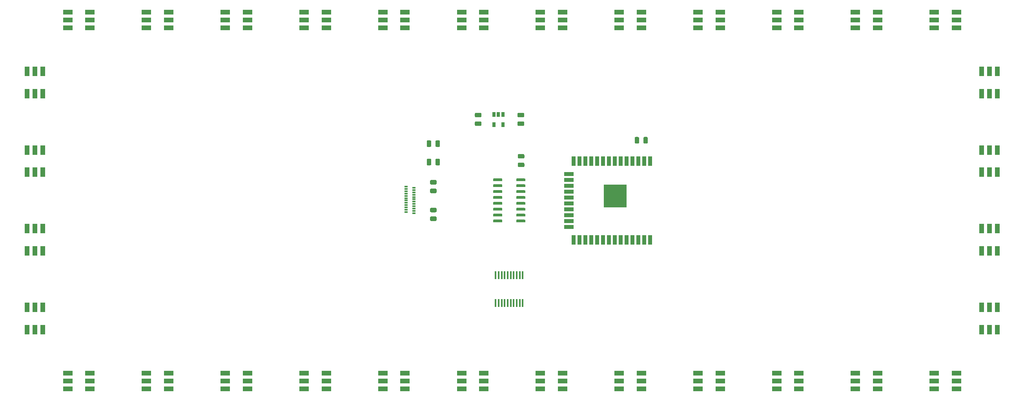
<source format=gbr>
G04 #@! TF.GenerationSoftware,KiCad,Pcbnew,(5.1.5-0-10_14)*
G04 #@! TF.CreationDate,2020-01-24T22:17:13-08:00*
G04 #@! TF.ProjectId,esp32-color-lamp-stand,65737033-322d-4636-9f6c-6f722d6c616d,rev?*
G04 #@! TF.SameCoordinates,Original*
G04 #@! TF.FileFunction,Paste,Top*
G04 #@! TF.FilePolarity,Positive*
%FSLAX46Y46*%
G04 Gerber Fmt 4.6, Leading zero omitted, Abs format (unit mm)*
G04 Created by KiCad (PCBNEW (5.1.5-0-10_14)) date 2020-01-24 22:17:13*
%MOMM*%
%LPD*%
G04 APERTURE LIST*
%ADD10C,0.100000*%
%ADD11R,0.700000X0.300000*%
%ADD12R,0.650000X1.060000*%
%ADD13R,5.000000X5.000000*%
%ADD14R,0.900000X2.000000*%
%ADD15R,2.000000X0.900000*%
%ADD16R,2.000000X1.100000*%
%ADD17R,1.100000X2.000000*%
%ADD18R,0.400000X1.800000*%
G04 APERTURE END LIST*
D10*
G36*
X110360542Y-26920274D02*
G01*
X110384203Y-26923784D01*
X110407407Y-26929596D01*
X110429929Y-26937654D01*
X110451553Y-26947882D01*
X110472070Y-26960179D01*
X110491283Y-26974429D01*
X110509007Y-26990493D01*
X110525071Y-27008217D01*
X110539321Y-27027430D01*
X110551618Y-27047947D01*
X110561846Y-27069571D01*
X110569904Y-27092093D01*
X110575716Y-27115297D01*
X110579226Y-27138958D01*
X110580400Y-27162850D01*
X110580400Y-27650350D01*
X110579226Y-27674242D01*
X110575716Y-27697903D01*
X110569904Y-27721107D01*
X110561846Y-27743629D01*
X110551618Y-27765253D01*
X110539321Y-27785770D01*
X110525071Y-27804983D01*
X110509007Y-27822707D01*
X110491283Y-27838771D01*
X110472070Y-27853021D01*
X110451553Y-27865318D01*
X110429929Y-27875546D01*
X110407407Y-27883604D01*
X110384203Y-27889416D01*
X110360542Y-27892926D01*
X110336650Y-27894100D01*
X109424150Y-27894100D01*
X109400258Y-27892926D01*
X109376597Y-27889416D01*
X109353393Y-27883604D01*
X109330871Y-27875546D01*
X109309247Y-27865318D01*
X109288730Y-27853021D01*
X109269517Y-27838771D01*
X109251793Y-27822707D01*
X109235729Y-27804983D01*
X109221479Y-27785770D01*
X109209182Y-27765253D01*
X109198954Y-27743629D01*
X109190896Y-27721107D01*
X109185084Y-27697903D01*
X109181574Y-27674242D01*
X109180400Y-27650350D01*
X109180400Y-27162850D01*
X109181574Y-27138958D01*
X109185084Y-27115297D01*
X109190896Y-27092093D01*
X109198954Y-27069571D01*
X109209182Y-27047947D01*
X109221479Y-27027430D01*
X109235729Y-27008217D01*
X109251793Y-26990493D01*
X109269517Y-26974429D01*
X109288730Y-26960179D01*
X109309247Y-26947882D01*
X109330871Y-26937654D01*
X109353393Y-26929596D01*
X109376597Y-26923784D01*
X109400258Y-26920274D01*
X109424150Y-26919100D01*
X110336650Y-26919100D01*
X110360542Y-26920274D01*
G37*
G36*
X110360542Y-25045274D02*
G01*
X110384203Y-25048784D01*
X110407407Y-25054596D01*
X110429929Y-25062654D01*
X110451553Y-25072882D01*
X110472070Y-25085179D01*
X110491283Y-25099429D01*
X110509007Y-25115493D01*
X110525071Y-25133217D01*
X110539321Y-25152430D01*
X110551618Y-25172947D01*
X110561846Y-25194571D01*
X110569904Y-25217093D01*
X110575716Y-25240297D01*
X110579226Y-25263958D01*
X110580400Y-25287850D01*
X110580400Y-25775350D01*
X110579226Y-25799242D01*
X110575716Y-25822903D01*
X110569904Y-25846107D01*
X110561846Y-25868629D01*
X110551618Y-25890253D01*
X110539321Y-25910770D01*
X110525071Y-25929983D01*
X110509007Y-25947707D01*
X110491283Y-25963771D01*
X110472070Y-25978021D01*
X110451553Y-25990318D01*
X110429929Y-26000546D01*
X110407407Y-26008604D01*
X110384203Y-26014416D01*
X110360542Y-26017926D01*
X110336650Y-26019100D01*
X109424150Y-26019100D01*
X109400258Y-26017926D01*
X109376597Y-26014416D01*
X109353393Y-26008604D01*
X109330871Y-26000546D01*
X109309247Y-25990318D01*
X109288730Y-25978021D01*
X109269517Y-25963771D01*
X109251793Y-25947707D01*
X109235729Y-25929983D01*
X109221479Y-25910770D01*
X109209182Y-25890253D01*
X109198954Y-25868629D01*
X109190896Y-25846107D01*
X109185084Y-25822903D01*
X109181574Y-25799242D01*
X109180400Y-25775350D01*
X109180400Y-25287850D01*
X109181574Y-25263958D01*
X109185084Y-25240297D01*
X109190896Y-25217093D01*
X109198954Y-25194571D01*
X109209182Y-25172947D01*
X109221479Y-25152430D01*
X109235729Y-25133217D01*
X109251793Y-25115493D01*
X109269517Y-25099429D01*
X109288730Y-25085179D01*
X109309247Y-25072882D01*
X109330871Y-25062654D01*
X109353393Y-25054596D01*
X109376597Y-25048784D01*
X109400258Y-25045274D01*
X109424150Y-25044100D01*
X110336650Y-25044100D01*
X110360542Y-25045274D01*
G37*
G36*
X101140342Y-25045274D02*
G01*
X101164003Y-25048784D01*
X101187207Y-25054596D01*
X101209729Y-25062654D01*
X101231353Y-25072882D01*
X101251870Y-25085179D01*
X101271083Y-25099429D01*
X101288807Y-25115493D01*
X101304871Y-25133217D01*
X101319121Y-25152430D01*
X101331418Y-25172947D01*
X101341646Y-25194571D01*
X101349704Y-25217093D01*
X101355516Y-25240297D01*
X101359026Y-25263958D01*
X101360200Y-25287850D01*
X101360200Y-25775350D01*
X101359026Y-25799242D01*
X101355516Y-25822903D01*
X101349704Y-25846107D01*
X101341646Y-25868629D01*
X101331418Y-25890253D01*
X101319121Y-25910770D01*
X101304871Y-25929983D01*
X101288807Y-25947707D01*
X101271083Y-25963771D01*
X101251870Y-25978021D01*
X101231353Y-25990318D01*
X101209729Y-26000546D01*
X101187207Y-26008604D01*
X101164003Y-26014416D01*
X101140342Y-26017926D01*
X101116450Y-26019100D01*
X100203950Y-26019100D01*
X100180058Y-26017926D01*
X100156397Y-26014416D01*
X100133193Y-26008604D01*
X100110671Y-26000546D01*
X100089047Y-25990318D01*
X100068530Y-25978021D01*
X100049317Y-25963771D01*
X100031593Y-25947707D01*
X100015529Y-25929983D01*
X100001279Y-25910770D01*
X99988982Y-25890253D01*
X99978754Y-25868629D01*
X99970696Y-25846107D01*
X99964884Y-25822903D01*
X99961374Y-25799242D01*
X99960200Y-25775350D01*
X99960200Y-25287850D01*
X99961374Y-25263958D01*
X99964884Y-25240297D01*
X99970696Y-25217093D01*
X99978754Y-25194571D01*
X99988982Y-25172947D01*
X100001279Y-25152430D01*
X100015529Y-25133217D01*
X100031593Y-25115493D01*
X100049317Y-25099429D01*
X100068530Y-25085179D01*
X100089047Y-25072882D01*
X100110671Y-25062654D01*
X100133193Y-25054596D01*
X100156397Y-25048784D01*
X100180058Y-25045274D01*
X100203950Y-25044100D01*
X101116450Y-25044100D01*
X101140342Y-25045274D01*
G37*
G36*
X101140342Y-26920274D02*
G01*
X101164003Y-26923784D01*
X101187207Y-26929596D01*
X101209729Y-26937654D01*
X101231353Y-26947882D01*
X101251870Y-26960179D01*
X101271083Y-26974429D01*
X101288807Y-26990493D01*
X101304871Y-27008217D01*
X101319121Y-27027430D01*
X101331418Y-27047947D01*
X101341646Y-27069571D01*
X101349704Y-27092093D01*
X101355516Y-27115297D01*
X101359026Y-27138958D01*
X101360200Y-27162850D01*
X101360200Y-27650350D01*
X101359026Y-27674242D01*
X101355516Y-27697903D01*
X101349704Y-27721107D01*
X101341646Y-27743629D01*
X101331418Y-27765253D01*
X101319121Y-27785770D01*
X101304871Y-27804983D01*
X101288807Y-27822707D01*
X101271083Y-27838771D01*
X101251870Y-27853021D01*
X101231353Y-27865318D01*
X101209729Y-27875546D01*
X101187207Y-27883604D01*
X101164003Y-27889416D01*
X101140342Y-27892926D01*
X101116450Y-27894100D01*
X100203950Y-27894100D01*
X100180058Y-27892926D01*
X100156397Y-27889416D01*
X100133193Y-27883604D01*
X100110671Y-27875546D01*
X100089047Y-27865318D01*
X100068530Y-27853021D01*
X100049317Y-27838771D01*
X100031593Y-27822707D01*
X100015529Y-27804983D01*
X100001279Y-27785770D01*
X99988982Y-27765253D01*
X99978754Y-27743629D01*
X99970696Y-27721107D01*
X99964884Y-27697903D01*
X99961374Y-27674242D01*
X99960200Y-27650350D01*
X99960200Y-27162850D01*
X99961374Y-27138958D01*
X99964884Y-27115297D01*
X99970696Y-27092093D01*
X99978754Y-27069571D01*
X99988982Y-27047947D01*
X100001279Y-27027430D01*
X100015529Y-27008217D01*
X100031593Y-26990493D01*
X100049317Y-26974429D01*
X100068530Y-26960179D01*
X100089047Y-26947882D01*
X100110671Y-26937654D01*
X100133193Y-26929596D01*
X100156397Y-26923784D01*
X100180058Y-26920274D01*
X100203950Y-26919100D01*
X101116450Y-26919100D01*
X101140342Y-26920274D01*
G37*
G36*
X92205142Y-35000874D02*
G01*
X92228803Y-35004384D01*
X92252007Y-35010196D01*
X92274529Y-35018254D01*
X92296153Y-35028482D01*
X92316670Y-35040779D01*
X92335883Y-35055029D01*
X92353607Y-35071093D01*
X92369671Y-35088817D01*
X92383921Y-35108030D01*
X92396218Y-35128547D01*
X92406446Y-35150171D01*
X92414504Y-35172693D01*
X92420316Y-35195897D01*
X92423826Y-35219558D01*
X92425000Y-35243450D01*
X92425000Y-36155950D01*
X92423826Y-36179842D01*
X92420316Y-36203503D01*
X92414504Y-36226707D01*
X92406446Y-36249229D01*
X92396218Y-36270853D01*
X92383921Y-36291370D01*
X92369671Y-36310583D01*
X92353607Y-36328307D01*
X92335883Y-36344371D01*
X92316670Y-36358621D01*
X92296153Y-36370918D01*
X92274529Y-36381146D01*
X92252007Y-36389204D01*
X92228803Y-36395016D01*
X92205142Y-36398526D01*
X92181250Y-36399700D01*
X91693750Y-36399700D01*
X91669858Y-36398526D01*
X91646197Y-36395016D01*
X91622993Y-36389204D01*
X91600471Y-36381146D01*
X91578847Y-36370918D01*
X91558330Y-36358621D01*
X91539117Y-36344371D01*
X91521393Y-36328307D01*
X91505329Y-36310583D01*
X91491079Y-36291370D01*
X91478782Y-36270853D01*
X91468554Y-36249229D01*
X91460496Y-36226707D01*
X91454684Y-36203503D01*
X91451174Y-36179842D01*
X91450000Y-36155950D01*
X91450000Y-35243450D01*
X91451174Y-35219558D01*
X91454684Y-35195897D01*
X91460496Y-35172693D01*
X91468554Y-35150171D01*
X91478782Y-35128547D01*
X91491079Y-35108030D01*
X91505329Y-35088817D01*
X91521393Y-35071093D01*
X91539117Y-35055029D01*
X91558330Y-35040779D01*
X91578847Y-35028482D01*
X91600471Y-35018254D01*
X91622993Y-35010196D01*
X91646197Y-35004384D01*
X91669858Y-35000874D01*
X91693750Y-34999700D01*
X92181250Y-34999700D01*
X92205142Y-35000874D01*
G37*
G36*
X90330142Y-35000874D02*
G01*
X90353803Y-35004384D01*
X90377007Y-35010196D01*
X90399529Y-35018254D01*
X90421153Y-35028482D01*
X90441670Y-35040779D01*
X90460883Y-35055029D01*
X90478607Y-35071093D01*
X90494671Y-35088817D01*
X90508921Y-35108030D01*
X90521218Y-35128547D01*
X90531446Y-35150171D01*
X90539504Y-35172693D01*
X90545316Y-35195897D01*
X90548826Y-35219558D01*
X90550000Y-35243450D01*
X90550000Y-36155950D01*
X90548826Y-36179842D01*
X90545316Y-36203503D01*
X90539504Y-36226707D01*
X90531446Y-36249229D01*
X90521218Y-36270853D01*
X90508921Y-36291370D01*
X90494671Y-36310583D01*
X90478607Y-36328307D01*
X90460883Y-36344371D01*
X90441670Y-36358621D01*
X90421153Y-36370918D01*
X90399529Y-36381146D01*
X90377007Y-36389204D01*
X90353803Y-36395016D01*
X90330142Y-36398526D01*
X90306250Y-36399700D01*
X89818750Y-36399700D01*
X89794858Y-36398526D01*
X89771197Y-36395016D01*
X89747993Y-36389204D01*
X89725471Y-36381146D01*
X89703847Y-36370918D01*
X89683330Y-36358621D01*
X89664117Y-36344371D01*
X89646393Y-36328307D01*
X89630329Y-36310583D01*
X89616079Y-36291370D01*
X89603782Y-36270853D01*
X89593554Y-36249229D01*
X89585496Y-36226707D01*
X89579684Y-36203503D01*
X89576174Y-36179842D01*
X89575000Y-36155950D01*
X89575000Y-35243450D01*
X89576174Y-35219558D01*
X89579684Y-35195897D01*
X89585496Y-35172693D01*
X89593554Y-35150171D01*
X89603782Y-35128547D01*
X89616079Y-35108030D01*
X89630329Y-35088817D01*
X89646393Y-35071093D01*
X89664117Y-35055029D01*
X89683330Y-35040779D01*
X89703847Y-35028482D01*
X89725471Y-35018254D01*
X89747993Y-35010196D01*
X89771197Y-35004384D01*
X89794858Y-35000874D01*
X89818750Y-34999700D01*
X90306250Y-34999700D01*
X90330142Y-35000874D01*
G37*
G36*
X90330142Y-31025774D02*
G01*
X90353803Y-31029284D01*
X90377007Y-31035096D01*
X90399529Y-31043154D01*
X90421153Y-31053382D01*
X90441670Y-31065679D01*
X90460883Y-31079929D01*
X90478607Y-31095993D01*
X90494671Y-31113717D01*
X90508921Y-31132930D01*
X90521218Y-31153447D01*
X90531446Y-31175071D01*
X90539504Y-31197593D01*
X90545316Y-31220797D01*
X90548826Y-31244458D01*
X90550000Y-31268350D01*
X90550000Y-32180850D01*
X90548826Y-32204742D01*
X90545316Y-32228403D01*
X90539504Y-32251607D01*
X90531446Y-32274129D01*
X90521218Y-32295753D01*
X90508921Y-32316270D01*
X90494671Y-32335483D01*
X90478607Y-32353207D01*
X90460883Y-32369271D01*
X90441670Y-32383521D01*
X90421153Y-32395818D01*
X90399529Y-32406046D01*
X90377007Y-32414104D01*
X90353803Y-32419916D01*
X90330142Y-32423426D01*
X90306250Y-32424600D01*
X89818750Y-32424600D01*
X89794858Y-32423426D01*
X89771197Y-32419916D01*
X89747993Y-32414104D01*
X89725471Y-32406046D01*
X89703847Y-32395818D01*
X89683330Y-32383521D01*
X89664117Y-32369271D01*
X89646393Y-32353207D01*
X89630329Y-32335483D01*
X89616079Y-32316270D01*
X89603782Y-32295753D01*
X89593554Y-32274129D01*
X89585496Y-32251607D01*
X89579684Y-32228403D01*
X89576174Y-32204742D01*
X89575000Y-32180850D01*
X89575000Y-31268350D01*
X89576174Y-31244458D01*
X89579684Y-31220797D01*
X89585496Y-31197593D01*
X89593554Y-31175071D01*
X89603782Y-31153447D01*
X89616079Y-31132930D01*
X89630329Y-31113717D01*
X89646393Y-31095993D01*
X89664117Y-31079929D01*
X89683330Y-31065679D01*
X89703847Y-31053382D01*
X89725471Y-31043154D01*
X89747993Y-31035096D01*
X89771197Y-31029284D01*
X89794858Y-31025774D01*
X89818750Y-31024600D01*
X90306250Y-31024600D01*
X90330142Y-31025774D01*
G37*
G36*
X92205142Y-31025774D02*
G01*
X92228803Y-31029284D01*
X92252007Y-31035096D01*
X92274529Y-31043154D01*
X92296153Y-31053382D01*
X92316670Y-31065679D01*
X92335883Y-31079929D01*
X92353607Y-31095993D01*
X92369671Y-31113717D01*
X92383921Y-31132930D01*
X92396218Y-31153447D01*
X92406446Y-31175071D01*
X92414504Y-31197593D01*
X92420316Y-31220797D01*
X92423826Y-31244458D01*
X92425000Y-31268350D01*
X92425000Y-32180850D01*
X92423826Y-32204742D01*
X92420316Y-32228403D01*
X92414504Y-32251607D01*
X92406446Y-32274129D01*
X92396218Y-32295753D01*
X92383921Y-32316270D01*
X92369671Y-32335483D01*
X92353607Y-32353207D01*
X92335883Y-32369271D01*
X92316670Y-32383521D01*
X92296153Y-32395818D01*
X92274529Y-32406046D01*
X92252007Y-32414104D01*
X92228803Y-32419916D01*
X92205142Y-32423426D01*
X92181250Y-32424600D01*
X91693750Y-32424600D01*
X91669858Y-32423426D01*
X91646197Y-32419916D01*
X91622993Y-32414104D01*
X91600471Y-32406046D01*
X91578847Y-32395818D01*
X91558330Y-32383521D01*
X91539117Y-32369271D01*
X91521393Y-32353207D01*
X91505329Y-32335483D01*
X91491079Y-32316270D01*
X91478782Y-32295753D01*
X91468554Y-32274129D01*
X91460496Y-32251607D01*
X91454684Y-32228403D01*
X91451174Y-32204742D01*
X91450000Y-32180850D01*
X91450000Y-31268350D01*
X91451174Y-31244458D01*
X91454684Y-31220797D01*
X91460496Y-31197593D01*
X91468554Y-31175071D01*
X91478782Y-31153447D01*
X91491079Y-31132930D01*
X91505329Y-31113717D01*
X91521393Y-31095993D01*
X91539117Y-31079929D01*
X91558330Y-31065679D01*
X91578847Y-31053382D01*
X91600471Y-31043154D01*
X91622993Y-31035096D01*
X91646197Y-31029284D01*
X91669858Y-31025774D01*
X91693750Y-31024600D01*
X92181250Y-31024600D01*
X92205142Y-31025774D01*
G37*
G36*
X110424042Y-35822974D02*
G01*
X110447703Y-35826484D01*
X110470907Y-35832296D01*
X110493429Y-35840354D01*
X110515053Y-35850582D01*
X110535570Y-35862879D01*
X110554783Y-35877129D01*
X110572507Y-35893193D01*
X110588571Y-35910917D01*
X110602821Y-35930130D01*
X110615118Y-35950647D01*
X110625346Y-35972271D01*
X110633404Y-35994793D01*
X110639216Y-36017997D01*
X110642726Y-36041658D01*
X110643900Y-36065550D01*
X110643900Y-36553050D01*
X110642726Y-36576942D01*
X110639216Y-36600603D01*
X110633404Y-36623807D01*
X110625346Y-36646329D01*
X110615118Y-36667953D01*
X110602821Y-36688470D01*
X110588571Y-36707683D01*
X110572507Y-36725407D01*
X110554783Y-36741471D01*
X110535570Y-36755721D01*
X110515053Y-36768018D01*
X110493429Y-36778246D01*
X110470907Y-36786304D01*
X110447703Y-36792116D01*
X110424042Y-36795626D01*
X110400150Y-36796800D01*
X109487650Y-36796800D01*
X109463758Y-36795626D01*
X109440097Y-36792116D01*
X109416893Y-36786304D01*
X109394371Y-36778246D01*
X109372747Y-36768018D01*
X109352230Y-36755721D01*
X109333017Y-36741471D01*
X109315293Y-36725407D01*
X109299229Y-36707683D01*
X109284979Y-36688470D01*
X109272682Y-36667953D01*
X109262454Y-36646329D01*
X109254396Y-36623807D01*
X109248584Y-36600603D01*
X109245074Y-36576942D01*
X109243900Y-36553050D01*
X109243900Y-36065550D01*
X109245074Y-36041658D01*
X109248584Y-36017997D01*
X109254396Y-35994793D01*
X109262454Y-35972271D01*
X109272682Y-35950647D01*
X109284979Y-35930130D01*
X109299229Y-35910917D01*
X109315293Y-35893193D01*
X109333017Y-35877129D01*
X109352230Y-35862879D01*
X109372747Y-35850582D01*
X109394371Y-35840354D01*
X109416893Y-35832296D01*
X109440097Y-35826484D01*
X109463758Y-35822974D01*
X109487650Y-35821800D01*
X110400150Y-35821800D01*
X110424042Y-35822974D01*
G37*
G36*
X110424042Y-33947974D02*
G01*
X110447703Y-33951484D01*
X110470907Y-33957296D01*
X110493429Y-33965354D01*
X110515053Y-33975582D01*
X110535570Y-33987879D01*
X110554783Y-34002129D01*
X110572507Y-34018193D01*
X110588571Y-34035917D01*
X110602821Y-34055130D01*
X110615118Y-34075647D01*
X110625346Y-34097271D01*
X110633404Y-34119793D01*
X110639216Y-34142997D01*
X110642726Y-34166658D01*
X110643900Y-34190550D01*
X110643900Y-34678050D01*
X110642726Y-34701942D01*
X110639216Y-34725603D01*
X110633404Y-34748807D01*
X110625346Y-34771329D01*
X110615118Y-34792953D01*
X110602821Y-34813470D01*
X110588571Y-34832683D01*
X110572507Y-34850407D01*
X110554783Y-34866471D01*
X110535570Y-34880721D01*
X110515053Y-34893018D01*
X110493429Y-34903246D01*
X110470907Y-34911304D01*
X110447703Y-34917116D01*
X110424042Y-34920626D01*
X110400150Y-34921800D01*
X109487650Y-34921800D01*
X109463758Y-34920626D01*
X109440097Y-34917116D01*
X109416893Y-34911304D01*
X109394371Y-34903246D01*
X109372747Y-34893018D01*
X109352230Y-34880721D01*
X109333017Y-34866471D01*
X109315293Y-34850407D01*
X109299229Y-34832683D01*
X109284979Y-34813470D01*
X109272682Y-34792953D01*
X109262454Y-34771329D01*
X109254396Y-34748807D01*
X109248584Y-34725603D01*
X109245074Y-34701942D01*
X109243900Y-34678050D01*
X109243900Y-34190550D01*
X109245074Y-34166658D01*
X109248584Y-34142997D01*
X109254396Y-34119793D01*
X109262454Y-34097271D01*
X109272682Y-34075647D01*
X109284979Y-34055130D01*
X109299229Y-34035917D01*
X109315293Y-34018193D01*
X109333017Y-34002129D01*
X109352230Y-33987879D01*
X109372747Y-33975582D01*
X109394371Y-33965354D01*
X109416893Y-33957296D01*
X109440097Y-33951484D01*
X109463758Y-33947974D01*
X109487650Y-33946800D01*
X110400150Y-33946800D01*
X110424042Y-33947974D01*
G37*
D11*
X86808000Y-41250000D03*
X86808000Y-41750000D03*
X86808000Y-42250000D03*
X86808000Y-42750000D03*
X86808000Y-43250000D03*
X86808000Y-43750000D03*
X86808000Y-44250000D03*
X86808000Y-46750000D03*
X86808000Y-45750000D03*
X86808000Y-45250000D03*
X86808000Y-44750000D03*
X86808000Y-46250000D03*
X85108000Y-46500000D03*
X85108000Y-46000000D03*
X85108000Y-45500000D03*
X85108000Y-45000000D03*
X85108000Y-44500000D03*
X85108000Y-44000000D03*
X85108000Y-43500000D03*
X85108000Y-43000000D03*
X85108000Y-42500000D03*
X85108000Y-42000000D03*
X85108000Y-41500000D03*
X85108000Y-41000000D03*
D10*
G36*
X137067442Y-30289174D02*
G01*
X137091103Y-30292684D01*
X137114307Y-30298496D01*
X137136829Y-30306554D01*
X137158453Y-30316782D01*
X137178970Y-30329079D01*
X137198183Y-30343329D01*
X137215907Y-30359393D01*
X137231971Y-30377117D01*
X137246221Y-30396330D01*
X137258518Y-30416847D01*
X137268746Y-30438471D01*
X137276804Y-30460993D01*
X137282616Y-30484197D01*
X137286126Y-30507858D01*
X137287300Y-30531750D01*
X137287300Y-31444250D01*
X137286126Y-31468142D01*
X137282616Y-31491803D01*
X137276804Y-31515007D01*
X137268746Y-31537529D01*
X137258518Y-31559153D01*
X137246221Y-31579670D01*
X137231971Y-31598883D01*
X137215907Y-31616607D01*
X137198183Y-31632671D01*
X137178970Y-31646921D01*
X137158453Y-31659218D01*
X137136829Y-31669446D01*
X137114307Y-31677504D01*
X137091103Y-31683316D01*
X137067442Y-31686826D01*
X137043550Y-31688000D01*
X136556050Y-31688000D01*
X136532158Y-31686826D01*
X136508497Y-31683316D01*
X136485293Y-31677504D01*
X136462771Y-31669446D01*
X136441147Y-31659218D01*
X136420630Y-31646921D01*
X136401417Y-31632671D01*
X136383693Y-31616607D01*
X136367629Y-31598883D01*
X136353379Y-31579670D01*
X136341082Y-31559153D01*
X136330854Y-31537529D01*
X136322796Y-31515007D01*
X136316984Y-31491803D01*
X136313474Y-31468142D01*
X136312300Y-31444250D01*
X136312300Y-30531750D01*
X136313474Y-30507858D01*
X136316984Y-30484197D01*
X136322796Y-30460993D01*
X136330854Y-30438471D01*
X136341082Y-30416847D01*
X136353379Y-30396330D01*
X136367629Y-30377117D01*
X136383693Y-30359393D01*
X136401417Y-30343329D01*
X136420630Y-30329079D01*
X136441147Y-30316782D01*
X136462771Y-30306554D01*
X136485293Y-30298496D01*
X136508497Y-30292684D01*
X136532158Y-30289174D01*
X136556050Y-30288000D01*
X137043550Y-30288000D01*
X137067442Y-30289174D01*
G37*
G36*
X135192442Y-30289174D02*
G01*
X135216103Y-30292684D01*
X135239307Y-30298496D01*
X135261829Y-30306554D01*
X135283453Y-30316782D01*
X135303970Y-30329079D01*
X135323183Y-30343329D01*
X135340907Y-30359393D01*
X135356971Y-30377117D01*
X135371221Y-30396330D01*
X135383518Y-30416847D01*
X135393746Y-30438471D01*
X135401804Y-30460993D01*
X135407616Y-30484197D01*
X135411126Y-30507858D01*
X135412300Y-30531750D01*
X135412300Y-31444250D01*
X135411126Y-31468142D01*
X135407616Y-31491803D01*
X135401804Y-31515007D01*
X135393746Y-31537529D01*
X135383518Y-31559153D01*
X135371221Y-31579670D01*
X135356971Y-31598883D01*
X135340907Y-31616607D01*
X135323183Y-31632671D01*
X135303970Y-31646921D01*
X135283453Y-31659218D01*
X135261829Y-31669446D01*
X135239307Y-31677504D01*
X135216103Y-31683316D01*
X135192442Y-31686826D01*
X135168550Y-31688000D01*
X134681050Y-31688000D01*
X134657158Y-31686826D01*
X134633497Y-31683316D01*
X134610293Y-31677504D01*
X134587771Y-31669446D01*
X134566147Y-31659218D01*
X134545630Y-31646921D01*
X134526417Y-31632671D01*
X134508693Y-31616607D01*
X134492629Y-31598883D01*
X134478379Y-31579670D01*
X134466082Y-31559153D01*
X134455854Y-31537529D01*
X134447796Y-31515007D01*
X134441984Y-31491803D01*
X134438474Y-31468142D01*
X134437300Y-31444250D01*
X134437300Y-30531750D01*
X134438474Y-30507858D01*
X134441984Y-30484197D01*
X134447796Y-30460993D01*
X134455854Y-30438471D01*
X134466082Y-30416847D01*
X134478379Y-30396330D01*
X134492629Y-30377117D01*
X134508693Y-30359393D01*
X134526417Y-30343329D01*
X134545630Y-30329079D01*
X134566147Y-30316782D01*
X134587771Y-30306554D01*
X134610293Y-30298496D01*
X134633497Y-30292684D01*
X134657158Y-30289174D01*
X134681050Y-30288000D01*
X135168550Y-30288000D01*
X135192442Y-30289174D01*
G37*
G36*
X91480142Y-41451174D02*
G01*
X91503803Y-41454684D01*
X91527007Y-41460496D01*
X91549529Y-41468554D01*
X91571153Y-41478782D01*
X91591670Y-41491079D01*
X91610883Y-41505329D01*
X91628607Y-41521393D01*
X91644671Y-41539117D01*
X91658921Y-41558330D01*
X91671218Y-41578847D01*
X91681446Y-41600471D01*
X91689504Y-41622993D01*
X91695316Y-41646197D01*
X91698826Y-41669858D01*
X91700000Y-41693750D01*
X91700000Y-42181250D01*
X91698826Y-42205142D01*
X91695316Y-42228803D01*
X91689504Y-42252007D01*
X91681446Y-42274529D01*
X91671218Y-42296153D01*
X91658921Y-42316670D01*
X91644671Y-42335883D01*
X91628607Y-42353607D01*
X91610883Y-42369671D01*
X91591670Y-42383921D01*
X91571153Y-42396218D01*
X91549529Y-42406446D01*
X91527007Y-42414504D01*
X91503803Y-42420316D01*
X91480142Y-42423826D01*
X91456250Y-42425000D01*
X90543750Y-42425000D01*
X90519858Y-42423826D01*
X90496197Y-42420316D01*
X90472993Y-42414504D01*
X90450471Y-42406446D01*
X90428847Y-42396218D01*
X90408330Y-42383921D01*
X90389117Y-42369671D01*
X90371393Y-42353607D01*
X90355329Y-42335883D01*
X90341079Y-42316670D01*
X90328782Y-42296153D01*
X90318554Y-42274529D01*
X90310496Y-42252007D01*
X90304684Y-42228803D01*
X90301174Y-42205142D01*
X90300000Y-42181250D01*
X90300000Y-41693750D01*
X90301174Y-41669858D01*
X90304684Y-41646197D01*
X90310496Y-41622993D01*
X90318554Y-41600471D01*
X90328782Y-41578847D01*
X90341079Y-41558330D01*
X90355329Y-41539117D01*
X90371393Y-41521393D01*
X90389117Y-41505329D01*
X90408330Y-41491079D01*
X90428847Y-41478782D01*
X90450471Y-41468554D01*
X90472993Y-41460496D01*
X90496197Y-41454684D01*
X90519858Y-41451174D01*
X90543750Y-41450000D01*
X91456250Y-41450000D01*
X91480142Y-41451174D01*
G37*
G36*
X91480142Y-39576174D02*
G01*
X91503803Y-39579684D01*
X91527007Y-39585496D01*
X91549529Y-39593554D01*
X91571153Y-39603782D01*
X91591670Y-39616079D01*
X91610883Y-39630329D01*
X91628607Y-39646393D01*
X91644671Y-39664117D01*
X91658921Y-39683330D01*
X91671218Y-39703847D01*
X91681446Y-39725471D01*
X91689504Y-39747993D01*
X91695316Y-39771197D01*
X91698826Y-39794858D01*
X91700000Y-39818750D01*
X91700000Y-40306250D01*
X91698826Y-40330142D01*
X91695316Y-40353803D01*
X91689504Y-40377007D01*
X91681446Y-40399529D01*
X91671218Y-40421153D01*
X91658921Y-40441670D01*
X91644671Y-40460883D01*
X91628607Y-40478607D01*
X91610883Y-40494671D01*
X91591670Y-40508921D01*
X91571153Y-40521218D01*
X91549529Y-40531446D01*
X91527007Y-40539504D01*
X91503803Y-40545316D01*
X91480142Y-40548826D01*
X91456250Y-40550000D01*
X90543750Y-40550000D01*
X90519858Y-40548826D01*
X90496197Y-40545316D01*
X90472993Y-40539504D01*
X90450471Y-40531446D01*
X90428847Y-40521218D01*
X90408330Y-40508921D01*
X90389117Y-40494671D01*
X90371393Y-40478607D01*
X90355329Y-40460883D01*
X90341079Y-40441670D01*
X90328782Y-40421153D01*
X90318554Y-40399529D01*
X90310496Y-40377007D01*
X90304684Y-40353803D01*
X90301174Y-40330142D01*
X90300000Y-40306250D01*
X90300000Y-39818750D01*
X90301174Y-39794858D01*
X90304684Y-39771197D01*
X90310496Y-39747993D01*
X90318554Y-39725471D01*
X90328782Y-39703847D01*
X90341079Y-39683330D01*
X90355329Y-39664117D01*
X90371393Y-39646393D01*
X90389117Y-39630329D01*
X90408330Y-39616079D01*
X90428847Y-39603782D01*
X90450471Y-39593554D01*
X90472993Y-39585496D01*
X90496197Y-39579684D01*
X90519858Y-39576174D01*
X90543750Y-39575000D01*
X91456250Y-39575000D01*
X91480142Y-39576174D01*
G37*
G36*
X91480142Y-45576174D02*
G01*
X91503803Y-45579684D01*
X91527007Y-45585496D01*
X91549529Y-45593554D01*
X91571153Y-45603782D01*
X91591670Y-45616079D01*
X91610883Y-45630329D01*
X91628607Y-45646393D01*
X91644671Y-45664117D01*
X91658921Y-45683330D01*
X91671218Y-45703847D01*
X91681446Y-45725471D01*
X91689504Y-45747993D01*
X91695316Y-45771197D01*
X91698826Y-45794858D01*
X91700000Y-45818750D01*
X91700000Y-46306250D01*
X91698826Y-46330142D01*
X91695316Y-46353803D01*
X91689504Y-46377007D01*
X91681446Y-46399529D01*
X91671218Y-46421153D01*
X91658921Y-46441670D01*
X91644671Y-46460883D01*
X91628607Y-46478607D01*
X91610883Y-46494671D01*
X91591670Y-46508921D01*
X91571153Y-46521218D01*
X91549529Y-46531446D01*
X91527007Y-46539504D01*
X91503803Y-46545316D01*
X91480142Y-46548826D01*
X91456250Y-46550000D01*
X90543750Y-46550000D01*
X90519858Y-46548826D01*
X90496197Y-46545316D01*
X90472993Y-46539504D01*
X90450471Y-46531446D01*
X90428847Y-46521218D01*
X90408330Y-46508921D01*
X90389117Y-46494671D01*
X90371393Y-46478607D01*
X90355329Y-46460883D01*
X90341079Y-46441670D01*
X90328782Y-46421153D01*
X90318554Y-46399529D01*
X90310496Y-46377007D01*
X90304684Y-46353803D01*
X90301174Y-46330142D01*
X90300000Y-46306250D01*
X90300000Y-45818750D01*
X90301174Y-45794858D01*
X90304684Y-45771197D01*
X90310496Y-45747993D01*
X90318554Y-45725471D01*
X90328782Y-45703847D01*
X90341079Y-45683330D01*
X90355329Y-45664117D01*
X90371393Y-45646393D01*
X90389117Y-45630329D01*
X90408330Y-45616079D01*
X90428847Y-45603782D01*
X90450471Y-45593554D01*
X90472993Y-45585496D01*
X90496197Y-45579684D01*
X90519858Y-45576174D01*
X90543750Y-45575000D01*
X91456250Y-45575000D01*
X91480142Y-45576174D01*
G37*
G36*
X91480142Y-47451174D02*
G01*
X91503803Y-47454684D01*
X91527007Y-47460496D01*
X91549529Y-47468554D01*
X91571153Y-47478782D01*
X91591670Y-47491079D01*
X91610883Y-47505329D01*
X91628607Y-47521393D01*
X91644671Y-47539117D01*
X91658921Y-47558330D01*
X91671218Y-47578847D01*
X91681446Y-47600471D01*
X91689504Y-47622993D01*
X91695316Y-47646197D01*
X91698826Y-47669858D01*
X91700000Y-47693750D01*
X91700000Y-48181250D01*
X91698826Y-48205142D01*
X91695316Y-48228803D01*
X91689504Y-48252007D01*
X91681446Y-48274529D01*
X91671218Y-48296153D01*
X91658921Y-48316670D01*
X91644671Y-48335883D01*
X91628607Y-48353607D01*
X91610883Y-48369671D01*
X91591670Y-48383921D01*
X91571153Y-48396218D01*
X91549529Y-48406446D01*
X91527007Y-48414504D01*
X91503803Y-48420316D01*
X91480142Y-48423826D01*
X91456250Y-48425000D01*
X90543750Y-48425000D01*
X90519858Y-48423826D01*
X90496197Y-48420316D01*
X90472993Y-48414504D01*
X90450471Y-48406446D01*
X90428847Y-48396218D01*
X90408330Y-48383921D01*
X90389117Y-48369671D01*
X90371393Y-48353607D01*
X90355329Y-48335883D01*
X90341079Y-48316670D01*
X90328782Y-48296153D01*
X90318554Y-48274529D01*
X90310496Y-48252007D01*
X90304684Y-48228803D01*
X90301174Y-48205142D01*
X90300000Y-48181250D01*
X90300000Y-47693750D01*
X90301174Y-47669858D01*
X90304684Y-47646197D01*
X90310496Y-47622993D01*
X90318554Y-47600471D01*
X90328782Y-47578847D01*
X90341079Y-47558330D01*
X90355329Y-47539117D01*
X90371393Y-47521393D01*
X90389117Y-47505329D01*
X90408330Y-47491079D01*
X90428847Y-47478782D01*
X90450471Y-47468554D01*
X90472993Y-47460496D01*
X90496197Y-47454684D01*
X90519858Y-47451174D01*
X90543750Y-47450000D01*
X91456250Y-47450000D01*
X91480142Y-47451174D01*
G37*
D12*
X106001900Y-25463500D03*
X105051900Y-25463500D03*
X104101900Y-25463500D03*
X104101900Y-27663500D03*
X106001900Y-27663500D03*
D13*
X130282300Y-43000000D03*
D14*
X137782300Y-35500000D03*
X136512300Y-35500000D03*
X135242300Y-35500000D03*
X133972300Y-35500000D03*
X132702300Y-35500000D03*
X131432300Y-35500000D03*
X130162300Y-35500000D03*
X128892300Y-35500000D03*
X127622300Y-35500000D03*
X126352300Y-35500000D03*
X125082300Y-35500000D03*
X123812300Y-35500000D03*
X122542300Y-35500000D03*
X121272300Y-35500000D03*
D15*
X120272300Y-38285000D03*
X120272300Y-39555000D03*
X120272300Y-40825000D03*
X120272300Y-42095000D03*
X120272300Y-43365000D03*
X120272300Y-44635000D03*
X120272300Y-45905000D03*
X120272300Y-47175000D03*
X120272300Y-48445000D03*
X120272300Y-49715000D03*
D14*
X121272300Y-52500000D03*
X122542300Y-52500000D03*
X123812300Y-52500000D03*
X125082300Y-52500000D03*
X126352300Y-52500000D03*
X127622300Y-52500000D03*
X128892300Y-52500000D03*
X130162300Y-52500000D03*
X131432300Y-52500000D03*
X132702300Y-52500000D03*
X133972300Y-52500000D03*
X135242300Y-52500000D03*
X136512300Y-52500000D03*
X137782300Y-52500000D03*
D10*
G36*
X105743203Y-39255722D02*
G01*
X105757764Y-39257882D01*
X105772043Y-39261459D01*
X105785903Y-39266418D01*
X105799210Y-39272712D01*
X105811836Y-39280280D01*
X105823659Y-39289048D01*
X105834566Y-39298934D01*
X105844452Y-39309841D01*
X105853220Y-39321664D01*
X105860788Y-39334290D01*
X105867082Y-39347597D01*
X105872041Y-39361457D01*
X105875618Y-39375736D01*
X105877778Y-39390297D01*
X105878500Y-39405000D01*
X105878500Y-39705000D01*
X105877778Y-39719703D01*
X105875618Y-39734264D01*
X105872041Y-39748543D01*
X105867082Y-39762403D01*
X105860788Y-39775710D01*
X105853220Y-39788336D01*
X105844452Y-39800159D01*
X105834566Y-39811066D01*
X105823659Y-39820952D01*
X105811836Y-39829720D01*
X105799210Y-39837288D01*
X105785903Y-39843582D01*
X105772043Y-39848541D01*
X105757764Y-39852118D01*
X105743203Y-39854278D01*
X105728500Y-39855000D01*
X104078500Y-39855000D01*
X104063797Y-39854278D01*
X104049236Y-39852118D01*
X104034957Y-39848541D01*
X104021097Y-39843582D01*
X104007790Y-39837288D01*
X103995164Y-39829720D01*
X103983341Y-39820952D01*
X103972434Y-39811066D01*
X103962548Y-39800159D01*
X103953780Y-39788336D01*
X103946212Y-39775710D01*
X103939918Y-39762403D01*
X103934959Y-39748543D01*
X103931382Y-39734264D01*
X103929222Y-39719703D01*
X103928500Y-39705000D01*
X103928500Y-39405000D01*
X103929222Y-39390297D01*
X103931382Y-39375736D01*
X103934959Y-39361457D01*
X103939918Y-39347597D01*
X103946212Y-39334290D01*
X103953780Y-39321664D01*
X103962548Y-39309841D01*
X103972434Y-39298934D01*
X103983341Y-39289048D01*
X103995164Y-39280280D01*
X104007790Y-39272712D01*
X104021097Y-39266418D01*
X104034957Y-39261459D01*
X104049236Y-39257882D01*
X104063797Y-39255722D01*
X104078500Y-39255000D01*
X105728500Y-39255000D01*
X105743203Y-39255722D01*
G37*
G36*
X105743203Y-40525722D02*
G01*
X105757764Y-40527882D01*
X105772043Y-40531459D01*
X105785903Y-40536418D01*
X105799210Y-40542712D01*
X105811836Y-40550280D01*
X105823659Y-40559048D01*
X105834566Y-40568934D01*
X105844452Y-40579841D01*
X105853220Y-40591664D01*
X105860788Y-40604290D01*
X105867082Y-40617597D01*
X105872041Y-40631457D01*
X105875618Y-40645736D01*
X105877778Y-40660297D01*
X105878500Y-40675000D01*
X105878500Y-40975000D01*
X105877778Y-40989703D01*
X105875618Y-41004264D01*
X105872041Y-41018543D01*
X105867082Y-41032403D01*
X105860788Y-41045710D01*
X105853220Y-41058336D01*
X105844452Y-41070159D01*
X105834566Y-41081066D01*
X105823659Y-41090952D01*
X105811836Y-41099720D01*
X105799210Y-41107288D01*
X105785903Y-41113582D01*
X105772043Y-41118541D01*
X105757764Y-41122118D01*
X105743203Y-41124278D01*
X105728500Y-41125000D01*
X104078500Y-41125000D01*
X104063797Y-41124278D01*
X104049236Y-41122118D01*
X104034957Y-41118541D01*
X104021097Y-41113582D01*
X104007790Y-41107288D01*
X103995164Y-41099720D01*
X103983341Y-41090952D01*
X103972434Y-41081066D01*
X103962548Y-41070159D01*
X103953780Y-41058336D01*
X103946212Y-41045710D01*
X103939918Y-41032403D01*
X103934959Y-41018543D01*
X103931382Y-41004264D01*
X103929222Y-40989703D01*
X103928500Y-40975000D01*
X103928500Y-40675000D01*
X103929222Y-40660297D01*
X103931382Y-40645736D01*
X103934959Y-40631457D01*
X103939918Y-40617597D01*
X103946212Y-40604290D01*
X103953780Y-40591664D01*
X103962548Y-40579841D01*
X103972434Y-40568934D01*
X103983341Y-40559048D01*
X103995164Y-40550280D01*
X104007790Y-40542712D01*
X104021097Y-40536418D01*
X104034957Y-40531459D01*
X104049236Y-40527882D01*
X104063797Y-40525722D01*
X104078500Y-40525000D01*
X105728500Y-40525000D01*
X105743203Y-40525722D01*
G37*
G36*
X105743203Y-41795722D02*
G01*
X105757764Y-41797882D01*
X105772043Y-41801459D01*
X105785903Y-41806418D01*
X105799210Y-41812712D01*
X105811836Y-41820280D01*
X105823659Y-41829048D01*
X105834566Y-41838934D01*
X105844452Y-41849841D01*
X105853220Y-41861664D01*
X105860788Y-41874290D01*
X105867082Y-41887597D01*
X105872041Y-41901457D01*
X105875618Y-41915736D01*
X105877778Y-41930297D01*
X105878500Y-41945000D01*
X105878500Y-42245000D01*
X105877778Y-42259703D01*
X105875618Y-42274264D01*
X105872041Y-42288543D01*
X105867082Y-42302403D01*
X105860788Y-42315710D01*
X105853220Y-42328336D01*
X105844452Y-42340159D01*
X105834566Y-42351066D01*
X105823659Y-42360952D01*
X105811836Y-42369720D01*
X105799210Y-42377288D01*
X105785903Y-42383582D01*
X105772043Y-42388541D01*
X105757764Y-42392118D01*
X105743203Y-42394278D01*
X105728500Y-42395000D01*
X104078500Y-42395000D01*
X104063797Y-42394278D01*
X104049236Y-42392118D01*
X104034957Y-42388541D01*
X104021097Y-42383582D01*
X104007790Y-42377288D01*
X103995164Y-42369720D01*
X103983341Y-42360952D01*
X103972434Y-42351066D01*
X103962548Y-42340159D01*
X103953780Y-42328336D01*
X103946212Y-42315710D01*
X103939918Y-42302403D01*
X103934959Y-42288543D01*
X103931382Y-42274264D01*
X103929222Y-42259703D01*
X103928500Y-42245000D01*
X103928500Y-41945000D01*
X103929222Y-41930297D01*
X103931382Y-41915736D01*
X103934959Y-41901457D01*
X103939918Y-41887597D01*
X103946212Y-41874290D01*
X103953780Y-41861664D01*
X103962548Y-41849841D01*
X103972434Y-41838934D01*
X103983341Y-41829048D01*
X103995164Y-41820280D01*
X104007790Y-41812712D01*
X104021097Y-41806418D01*
X104034957Y-41801459D01*
X104049236Y-41797882D01*
X104063797Y-41795722D01*
X104078500Y-41795000D01*
X105728500Y-41795000D01*
X105743203Y-41795722D01*
G37*
G36*
X105743203Y-43065722D02*
G01*
X105757764Y-43067882D01*
X105772043Y-43071459D01*
X105785903Y-43076418D01*
X105799210Y-43082712D01*
X105811836Y-43090280D01*
X105823659Y-43099048D01*
X105834566Y-43108934D01*
X105844452Y-43119841D01*
X105853220Y-43131664D01*
X105860788Y-43144290D01*
X105867082Y-43157597D01*
X105872041Y-43171457D01*
X105875618Y-43185736D01*
X105877778Y-43200297D01*
X105878500Y-43215000D01*
X105878500Y-43515000D01*
X105877778Y-43529703D01*
X105875618Y-43544264D01*
X105872041Y-43558543D01*
X105867082Y-43572403D01*
X105860788Y-43585710D01*
X105853220Y-43598336D01*
X105844452Y-43610159D01*
X105834566Y-43621066D01*
X105823659Y-43630952D01*
X105811836Y-43639720D01*
X105799210Y-43647288D01*
X105785903Y-43653582D01*
X105772043Y-43658541D01*
X105757764Y-43662118D01*
X105743203Y-43664278D01*
X105728500Y-43665000D01*
X104078500Y-43665000D01*
X104063797Y-43664278D01*
X104049236Y-43662118D01*
X104034957Y-43658541D01*
X104021097Y-43653582D01*
X104007790Y-43647288D01*
X103995164Y-43639720D01*
X103983341Y-43630952D01*
X103972434Y-43621066D01*
X103962548Y-43610159D01*
X103953780Y-43598336D01*
X103946212Y-43585710D01*
X103939918Y-43572403D01*
X103934959Y-43558543D01*
X103931382Y-43544264D01*
X103929222Y-43529703D01*
X103928500Y-43515000D01*
X103928500Y-43215000D01*
X103929222Y-43200297D01*
X103931382Y-43185736D01*
X103934959Y-43171457D01*
X103939918Y-43157597D01*
X103946212Y-43144290D01*
X103953780Y-43131664D01*
X103962548Y-43119841D01*
X103972434Y-43108934D01*
X103983341Y-43099048D01*
X103995164Y-43090280D01*
X104007790Y-43082712D01*
X104021097Y-43076418D01*
X104034957Y-43071459D01*
X104049236Y-43067882D01*
X104063797Y-43065722D01*
X104078500Y-43065000D01*
X105728500Y-43065000D01*
X105743203Y-43065722D01*
G37*
G36*
X105743203Y-44335722D02*
G01*
X105757764Y-44337882D01*
X105772043Y-44341459D01*
X105785903Y-44346418D01*
X105799210Y-44352712D01*
X105811836Y-44360280D01*
X105823659Y-44369048D01*
X105834566Y-44378934D01*
X105844452Y-44389841D01*
X105853220Y-44401664D01*
X105860788Y-44414290D01*
X105867082Y-44427597D01*
X105872041Y-44441457D01*
X105875618Y-44455736D01*
X105877778Y-44470297D01*
X105878500Y-44485000D01*
X105878500Y-44785000D01*
X105877778Y-44799703D01*
X105875618Y-44814264D01*
X105872041Y-44828543D01*
X105867082Y-44842403D01*
X105860788Y-44855710D01*
X105853220Y-44868336D01*
X105844452Y-44880159D01*
X105834566Y-44891066D01*
X105823659Y-44900952D01*
X105811836Y-44909720D01*
X105799210Y-44917288D01*
X105785903Y-44923582D01*
X105772043Y-44928541D01*
X105757764Y-44932118D01*
X105743203Y-44934278D01*
X105728500Y-44935000D01*
X104078500Y-44935000D01*
X104063797Y-44934278D01*
X104049236Y-44932118D01*
X104034957Y-44928541D01*
X104021097Y-44923582D01*
X104007790Y-44917288D01*
X103995164Y-44909720D01*
X103983341Y-44900952D01*
X103972434Y-44891066D01*
X103962548Y-44880159D01*
X103953780Y-44868336D01*
X103946212Y-44855710D01*
X103939918Y-44842403D01*
X103934959Y-44828543D01*
X103931382Y-44814264D01*
X103929222Y-44799703D01*
X103928500Y-44785000D01*
X103928500Y-44485000D01*
X103929222Y-44470297D01*
X103931382Y-44455736D01*
X103934959Y-44441457D01*
X103939918Y-44427597D01*
X103946212Y-44414290D01*
X103953780Y-44401664D01*
X103962548Y-44389841D01*
X103972434Y-44378934D01*
X103983341Y-44369048D01*
X103995164Y-44360280D01*
X104007790Y-44352712D01*
X104021097Y-44346418D01*
X104034957Y-44341459D01*
X104049236Y-44337882D01*
X104063797Y-44335722D01*
X104078500Y-44335000D01*
X105728500Y-44335000D01*
X105743203Y-44335722D01*
G37*
G36*
X105743203Y-45605722D02*
G01*
X105757764Y-45607882D01*
X105772043Y-45611459D01*
X105785903Y-45616418D01*
X105799210Y-45622712D01*
X105811836Y-45630280D01*
X105823659Y-45639048D01*
X105834566Y-45648934D01*
X105844452Y-45659841D01*
X105853220Y-45671664D01*
X105860788Y-45684290D01*
X105867082Y-45697597D01*
X105872041Y-45711457D01*
X105875618Y-45725736D01*
X105877778Y-45740297D01*
X105878500Y-45755000D01*
X105878500Y-46055000D01*
X105877778Y-46069703D01*
X105875618Y-46084264D01*
X105872041Y-46098543D01*
X105867082Y-46112403D01*
X105860788Y-46125710D01*
X105853220Y-46138336D01*
X105844452Y-46150159D01*
X105834566Y-46161066D01*
X105823659Y-46170952D01*
X105811836Y-46179720D01*
X105799210Y-46187288D01*
X105785903Y-46193582D01*
X105772043Y-46198541D01*
X105757764Y-46202118D01*
X105743203Y-46204278D01*
X105728500Y-46205000D01*
X104078500Y-46205000D01*
X104063797Y-46204278D01*
X104049236Y-46202118D01*
X104034957Y-46198541D01*
X104021097Y-46193582D01*
X104007790Y-46187288D01*
X103995164Y-46179720D01*
X103983341Y-46170952D01*
X103972434Y-46161066D01*
X103962548Y-46150159D01*
X103953780Y-46138336D01*
X103946212Y-46125710D01*
X103939918Y-46112403D01*
X103934959Y-46098543D01*
X103931382Y-46084264D01*
X103929222Y-46069703D01*
X103928500Y-46055000D01*
X103928500Y-45755000D01*
X103929222Y-45740297D01*
X103931382Y-45725736D01*
X103934959Y-45711457D01*
X103939918Y-45697597D01*
X103946212Y-45684290D01*
X103953780Y-45671664D01*
X103962548Y-45659841D01*
X103972434Y-45648934D01*
X103983341Y-45639048D01*
X103995164Y-45630280D01*
X104007790Y-45622712D01*
X104021097Y-45616418D01*
X104034957Y-45611459D01*
X104049236Y-45607882D01*
X104063797Y-45605722D01*
X104078500Y-45605000D01*
X105728500Y-45605000D01*
X105743203Y-45605722D01*
G37*
G36*
X105743203Y-46875722D02*
G01*
X105757764Y-46877882D01*
X105772043Y-46881459D01*
X105785903Y-46886418D01*
X105799210Y-46892712D01*
X105811836Y-46900280D01*
X105823659Y-46909048D01*
X105834566Y-46918934D01*
X105844452Y-46929841D01*
X105853220Y-46941664D01*
X105860788Y-46954290D01*
X105867082Y-46967597D01*
X105872041Y-46981457D01*
X105875618Y-46995736D01*
X105877778Y-47010297D01*
X105878500Y-47025000D01*
X105878500Y-47325000D01*
X105877778Y-47339703D01*
X105875618Y-47354264D01*
X105872041Y-47368543D01*
X105867082Y-47382403D01*
X105860788Y-47395710D01*
X105853220Y-47408336D01*
X105844452Y-47420159D01*
X105834566Y-47431066D01*
X105823659Y-47440952D01*
X105811836Y-47449720D01*
X105799210Y-47457288D01*
X105785903Y-47463582D01*
X105772043Y-47468541D01*
X105757764Y-47472118D01*
X105743203Y-47474278D01*
X105728500Y-47475000D01*
X104078500Y-47475000D01*
X104063797Y-47474278D01*
X104049236Y-47472118D01*
X104034957Y-47468541D01*
X104021097Y-47463582D01*
X104007790Y-47457288D01*
X103995164Y-47449720D01*
X103983341Y-47440952D01*
X103972434Y-47431066D01*
X103962548Y-47420159D01*
X103953780Y-47408336D01*
X103946212Y-47395710D01*
X103939918Y-47382403D01*
X103934959Y-47368543D01*
X103931382Y-47354264D01*
X103929222Y-47339703D01*
X103928500Y-47325000D01*
X103928500Y-47025000D01*
X103929222Y-47010297D01*
X103931382Y-46995736D01*
X103934959Y-46981457D01*
X103939918Y-46967597D01*
X103946212Y-46954290D01*
X103953780Y-46941664D01*
X103962548Y-46929841D01*
X103972434Y-46918934D01*
X103983341Y-46909048D01*
X103995164Y-46900280D01*
X104007790Y-46892712D01*
X104021097Y-46886418D01*
X104034957Y-46881459D01*
X104049236Y-46877882D01*
X104063797Y-46875722D01*
X104078500Y-46875000D01*
X105728500Y-46875000D01*
X105743203Y-46875722D01*
G37*
G36*
X105743203Y-48145722D02*
G01*
X105757764Y-48147882D01*
X105772043Y-48151459D01*
X105785903Y-48156418D01*
X105799210Y-48162712D01*
X105811836Y-48170280D01*
X105823659Y-48179048D01*
X105834566Y-48188934D01*
X105844452Y-48199841D01*
X105853220Y-48211664D01*
X105860788Y-48224290D01*
X105867082Y-48237597D01*
X105872041Y-48251457D01*
X105875618Y-48265736D01*
X105877778Y-48280297D01*
X105878500Y-48295000D01*
X105878500Y-48595000D01*
X105877778Y-48609703D01*
X105875618Y-48624264D01*
X105872041Y-48638543D01*
X105867082Y-48652403D01*
X105860788Y-48665710D01*
X105853220Y-48678336D01*
X105844452Y-48690159D01*
X105834566Y-48701066D01*
X105823659Y-48710952D01*
X105811836Y-48719720D01*
X105799210Y-48727288D01*
X105785903Y-48733582D01*
X105772043Y-48738541D01*
X105757764Y-48742118D01*
X105743203Y-48744278D01*
X105728500Y-48745000D01*
X104078500Y-48745000D01*
X104063797Y-48744278D01*
X104049236Y-48742118D01*
X104034957Y-48738541D01*
X104021097Y-48733582D01*
X104007790Y-48727288D01*
X103995164Y-48719720D01*
X103983341Y-48710952D01*
X103972434Y-48701066D01*
X103962548Y-48690159D01*
X103953780Y-48678336D01*
X103946212Y-48665710D01*
X103939918Y-48652403D01*
X103934959Y-48638543D01*
X103931382Y-48624264D01*
X103929222Y-48609703D01*
X103928500Y-48595000D01*
X103928500Y-48295000D01*
X103929222Y-48280297D01*
X103931382Y-48265736D01*
X103934959Y-48251457D01*
X103939918Y-48237597D01*
X103946212Y-48224290D01*
X103953780Y-48211664D01*
X103962548Y-48199841D01*
X103972434Y-48188934D01*
X103983341Y-48179048D01*
X103995164Y-48170280D01*
X104007790Y-48162712D01*
X104021097Y-48156418D01*
X104034957Y-48151459D01*
X104049236Y-48147882D01*
X104063797Y-48145722D01*
X104078500Y-48145000D01*
X105728500Y-48145000D01*
X105743203Y-48145722D01*
G37*
G36*
X110693203Y-48145722D02*
G01*
X110707764Y-48147882D01*
X110722043Y-48151459D01*
X110735903Y-48156418D01*
X110749210Y-48162712D01*
X110761836Y-48170280D01*
X110773659Y-48179048D01*
X110784566Y-48188934D01*
X110794452Y-48199841D01*
X110803220Y-48211664D01*
X110810788Y-48224290D01*
X110817082Y-48237597D01*
X110822041Y-48251457D01*
X110825618Y-48265736D01*
X110827778Y-48280297D01*
X110828500Y-48295000D01*
X110828500Y-48595000D01*
X110827778Y-48609703D01*
X110825618Y-48624264D01*
X110822041Y-48638543D01*
X110817082Y-48652403D01*
X110810788Y-48665710D01*
X110803220Y-48678336D01*
X110794452Y-48690159D01*
X110784566Y-48701066D01*
X110773659Y-48710952D01*
X110761836Y-48719720D01*
X110749210Y-48727288D01*
X110735903Y-48733582D01*
X110722043Y-48738541D01*
X110707764Y-48742118D01*
X110693203Y-48744278D01*
X110678500Y-48745000D01*
X109028500Y-48745000D01*
X109013797Y-48744278D01*
X108999236Y-48742118D01*
X108984957Y-48738541D01*
X108971097Y-48733582D01*
X108957790Y-48727288D01*
X108945164Y-48719720D01*
X108933341Y-48710952D01*
X108922434Y-48701066D01*
X108912548Y-48690159D01*
X108903780Y-48678336D01*
X108896212Y-48665710D01*
X108889918Y-48652403D01*
X108884959Y-48638543D01*
X108881382Y-48624264D01*
X108879222Y-48609703D01*
X108878500Y-48595000D01*
X108878500Y-48295000D01*
X108879222Y-48280297D01*
X108881382Y-48265736D01*
X108884959Y-48251457D01*
X108889918Y-48237597D01*
X108896212Y-48224290D01*
X108903780Y-48211664D01*
X108912548Y-48199841D01*
X108922434Y-48188934D01*
X108933341Y-48179048D01*
X108945164Y-48170280D01*
X108957790Y-48162712D01*
X108971097Y-48156418D01*
X108984957Y-48151459D01*
X108999236Y-48147882D01*
X109013797Y-48145722D01*
X109028500Y-48145000D01*
X110678500Y-48145000D01*
X110693203Y-48145722D01*
G37*
G36*
X110693203Y-46875722D02*
G01*
X110707764Y-46877882D01*
X110722043Y-46881459D01*
X110735903Y-46886418D01*
X110749210Y-46892712D01*
X110761836Y-46900280D01*
X110773659Y-46909048D01*
X110784566Y-46918934D01*
X110794452Y-46929841D01*
X110803220Y-46941664D01*
X110810788Y-46954290D01*
X110817082Y-46967597D01*
X110822041Y-46981457D01*
X110825618Y-46995736D01*
X110827778Y-47010297D01*
X110828500Y-47025000D01*
X110828500Y-47325000D01*
X110827778Y-47339703D01*
X110825618Y-47354264D01*
X110822041Y-47368543D01*
X110817082Y-47382403D01*
X110810788Y-47395710D01*
X110803220Y-47408336D01*
X110794452Y-47420159D01*
X110784566Y-47431066D01*
X110773659Y-47440952D01*
X110761836Y-47449720D01*
X110749210Y-47457288D01*
X110735903Y-47463582D01*
X110722043Y-47468541D01*
X110707764Y-47472118D01*
X110693203Y-47474278D01*
X110678500Y-47475000D01*
X109028500Y-47475000D01*
X109013797Y-47474278D01*
X108999236Y-47472118D01*
X108984957Y-47468541D01*
X108971097Y-47463582D01*
X108957790Y-47457288D01*
X108945164Y-47449720D01*
X108933341Y-47440952D01*
X108922434Y-47431066D01*
X108912548Y-47420159D01*
X108903780Y-47408336D01*
X108896212Y-47395710D01*
X108889918Y-47382403D01*
X108884959Y-47368543D01*
X108881382Y-47354264D01*
X108879222Y-47339703D01*
X108878500Y-47325000D01*
X108878500Y-47025000D01*
X108879222Y-47010297D01*
X108881382Y-46995736D01*
X108884959Y-46981457D01*
X108889918Y-46967597D01*
X108896212Y-46954290D01*
X108903780Y-46941664D01*
X108912548Y-46929841D01*
X108922434Y-46918934D01*
X108933341Y-46909048D01*
X108945164Y-46900280D01*
X108957790Y-46892712D01*
X108971097Y-46886418D01*
X108984957Y-46881459D01*
X108999236Y-46877882D01*
X109013797Y-46875722D01*
X109028500Y-46875000D01*
X110678500Y-46875000D01*
X110693203Y-46875722D01*
G37*
G36*
X110693203Y-45605722D02*
G01*
X110707764Y-45607882D01*
X110722043Y-45611459D01*
X110735903Y-45616418D01*
X110749210Y-45622712D01*
X110761836Y-45630280D01*
X110773659Y-45639048D01*
X110784566Y-45648934D01*
X110794452Y-45659841D01*
X110803220Y-45671664D01*
X110810788Y-45684290D01*
X110817082Y-45697597D01*
X110822041Y-45711457D01*
X110825618Y-45725736D01*
X110827778Y-45740297D01*
X110828500Y-45755000D01*
X110828500Y-46055000D01*
X110827778Y-46069703D01*
X110825618Y-46084264D01*
X110822041Y-46098543D01*
X110817082Y-46112403D01*
X110810788Y-46125710D01*
X110803220Y-46138336D01*
X110794452Y-46150159D01*
X110784566Y-46161066D01*
X110773659Y-46170952D01*
X110761836Y-46179720D01*
X110749210Y-46187288D01*
X110735903Y-46193582D01*
X110722043Y-46198541D01*
X110707764Y-46202118D01*
X110693203Y-46204278D01*
X110678500Y-46205000D01*
X109028500Y-46205000D01*
X109013797Y-46204278D01*
X108999236Y-46202118D01*
X108984957Y-46198541D01*
X108971097Y-46193582D01*
X108957790Y-46187288D01*
X108945164Y-46179720D01*
X108933341Y-46170952D01*
X108922434Y-46161066D01*
X108912548Y-46150159D01*
X108903780Y-46138336D01*
X108896212Y-46125710D01*
X108889918Y-46112403D01*
X108884959Y-46098543D01*
X108881382Y-46084264D01*
X108879222Y-46069703D01*
X108878500Y-46055000D01*
X108878500Y-45755000D01*
X108879222Y-45740297D01*
X108881382Y-45725736D01*
X108884959Y-45711457D01*
X108889918Y-45697597D01*
X108896212Y-45684290D01*
X108903780Y-45671664D01*
X108912548Y-45659841D01*
X108922434Y-45648934D01*
X108933341Y-45639048D01*
X108945164Y-45630280D01*
X108957790Y-45622712D01*
X108971097Y-45616418D01*
X108984957Y-45611459D01*
X108999236Y-45607882D01*
X109013797Y-45605722D01*
X109028500Y-45605000D01*
X110678500Y-45605000D01*
X110693203Y-45605722D01*
G37*
G36*
X110693203Y-44335722D02*
G01*
X110707764Y-44337882D01*
X110722043Y-44341459D01*
X110735903Y-44346418D01*
X110749210Y-44352712D01*
X110761836Y-44360280D01*
X110773659Y-44369048D01*
X110784566Y-44378934D01*
X110794452Y-44389841D01*
X110803220Y-44401664D01*
X110810788Y-44414290D01*
X110817082Y-44427597D01*
X110822041Y-44441457D01*
X110825618Y-44455736D01*
X110827778Y-44470297D01*
X110828500Y-44485000D01*
X110828500Y-44785000D01*
X110827778Y-44799703D01*
X110825618Y-44814264D01*
X110822041Y-44828543D01*
X110817082Y-44842403D01*
X110810788Y-44855710D01*
X110803220Y-44868336D01*
X110794452Y-44880159D01*
X110784566Y-44891066D01*
X110773659Y-44900952D01*
X110761836Y-44909720D01*
X110749210Y-44917288D01*
X110735903Y-44923582D01*
X110722043Y-44928541D01*
X110707764Y-44932118D01*
X110693203Y-44934278D01*
X110678500Y-44935000D01*
X109028500Y-44935000D01*
X109013797Y-44934278D01*
X108999236Y-44932118D01*
X108984957Y-44928541D01*
X108971097Y-44923582D01*
X108957790Y-44917288D01*
X108945164Y-44909720D01*
X108933341Y-44900952D01*
X108922434Y-44891066D01*
X108912548Y-44880159D01*
X108903780Y-44868336D01*
X108896212Y-44855710D01*
X108889918Y-44842403D01*
X108884959Y-44828543D01*
X108881382Y-44814264D01*
X108879222Y-44799703D01*
X108878500Y-44785000D01*
X108878500Y-44485000D01*
X108879222Y-44470297D01*
X108881382Y-44455736D01*
X108884959Y-44441457D01*
X108889918Y-44427597D01*
X108896212Y-44414290D01*
X108903780Y-44401664D01*
X108912548Y-44389841D01*
X108922434Y-44378934D01*
X108933341Y-44369048D01*
X108945164Y-44360280D01*
X108957790Y-44352712D01*
X108971097Y-44346418D01*
X108984957Y-44341459D01*
X108999236Y-44337882D01*
X109013797Y-44335722D01*
X109028500Y-44335000D01*
X110678500Y-44335000D01*
X110693203Y-44335722D01*
G37*
G36*
X110693203Y-43065722D02*
G01*
X110707764Y-43067882D01*
X110722043Y-43071459D01*
X110735903Y-43076418D01*
X110749210Y-43082712D01*
X110761836Y-43090280D01*
X110773659Y-43099048D01*
X110784566Y-43108934D01*
X110794452Y-43119841D01*
X110803220Y-43131664D01*
X110810788Y-43144290D01*
X110817082Y-43157597D01*
X110822041Y-43171457D01*
X110825618Y-43185736D01*
X110827778Y-43200297D01*
X110828500Y-43215000D01*
X110828500Y-43515000D01*
X110827778Y-43529703D01*
X110825618Y-43544264D01*
X110822041Y-43558543D01*
X110817082Y-43572403D01*
X110810788Y-43585710D01*
X110803220Y-43598336D01*
X110794452Y-43610159D01*
X110784566Y-43621066D01*
X110773659Y-43630952D01*
X110761836Y-43639720D01*
X110749210Y-43647288D01*
X110735903Y-43653582D01*
X110722043Y-43658541D01*
X110707764Y-43662118D01*
X110693203Y-43664278D01*
X110678500Y-43665000D01*
X109028500Y-43665000D01*
X109013797Y-43664278D01*
X108999236Y-43662118D01*
X108984957Y-43658541D01*
X108971097Y-43653582D01*
X108957790Y-43647288D01*
X108945164Y-43639720D01*
X108933341Y-43630952D01*
X108922434Y-43621066D01*
X108912548Y-43610159D01*
X108903780Y-43598336D01*
X108896212Y-43585710D01*
X108889918Y-43572403D01*
X108884959Y-43558543D01*
X108881382Y-43544264D01*
X108879222Y-43529703D01*
X108878500Y-43515000D01*
X108878500Y-43215000D01*
X108879222Y-43200297D01*
X108881382Y-43185736D01*
X108884959Y-43171457D01*
X108889918Y-43157597D01*
X108896212Y-43144290D01*
X108903780Y-43131664D01*
X108912548Y-43119841D01*
X108922434Y-43108934D01*
X108933341Y-43099048D01*
X108945164Y-43090280D01*
X108957790Y-43082712D01*
X108971097Y-43076418D01*
X108984957Y-43071459D01*
X108999236Y-43067882D01*
X109013797Y-43065722D01*
X109028500Y-43065000D01*
X110678500Y-43065000D01*
X110693203Y-43065722D01*
G37*
G36*
X110693203Y-41795722D02*
G01*
X110707764Y-41797882D01*
X110722043Y-41801459D01*
X110735903Y-41806418D01*
X110749210Y-41812712D01*
X110761836Y-41820280D01*
X110773659Y-41829048D01*
X110784566Y-41838934D01*
X110794452Y-41849841D01*
X110803220Y-41861664D01*
X110810788Y-41874290D01*
X110817082Y-41887597D01*
X110822041Y-41901457D01*
X110825618Y-41915736D01*
X110827778Y-41930297D01*
X110828500Y-41945000D01*
X110828500Y-42245000D01*
X110827778Y-42259703D01*
X110825618Y-42274264D01*
X110822041Y-42288543D01*
X110817082Y-42302403D01*
X110810788Y-42315710D01*
X110803220Y-42328336D01*
X110794452Y-42340159D01*
X110784566Y-42351066D01*
X110773659Y-42360952D01*
X110761836Y-42369720D01*
X110749210Y-42377288D01*
X110735903Y-42383582D01*
X110722043Y-42388541D01*
X110707764Y-42392118D01*
X110693203Y-42394278D01*
X110678500Y-42395000D01*
X109028500Y-42395000D01*
X109013797Y-42394278D01*
X108999236Y-42392118D01*
X108984957Y-42388541D01*
X108971097Y-42383582D01*
X108957790Y-42377288D01*
X108945164Y-42369720D01*
X108933341Y-42360952D01*
X108922434Y-42351066D01*
X108912548Y-42340159D01*
X108903780Y-42328336D01*
X108896212Y-42315710D01*
X108889918Y-42302403D01*
X108884959Y-42288543D01*
X108881382Y-42274264D01*
X108879222Y-42259703D01*
X108878500Y-42245000D01*
X108878500Y-41945000D01*
X108879222Y-41930297D01*
X108881382Y-41915736D01*
X108884959Y-41901457D01*
X108889918Y-41887597D01*
X108896212Y-41874290D01*
X108903780Y-41861664D01*
X108912548Y-41849841D01*
X108922434Y-41838934D01*
X108933341Y-41829048D01*
X108945164Y-41820280D01*
X108957790Y-41812712D01*
X108971097Y-41806418D01*
X108984957Y-41801459D01*
X108999236Y-41797882D01*
X109013797Y-41795722D01*
X109028500Y-41795000D01*
X110678500Y-41795000D01*
X110693203Y-41795722D01*
G37*
G36*
X110693203Y-40525722D02*
G01*
X110707764Y-40527882D01*
X110722043Y-40531459D01*
X110735903Y-40536418D01*
X110749210Y-40542712D01*
X110761836Y-40550280D01*
X110773659Y-40559048D01*
X110784566Y-40568934D01*
X110794452Y-40579841D01*
X110803220Y-40591664D01*
X110810788Y-40604290D01*
X110817082Y-40617597D01*
X110822041Y-40631457D01*
X110825618Y-40645736D01*
X110827778Y-40660297D01*
X110828500Y-40675000D01*
X110828500Y-40975000D01*
X110827778Y-40989703D01*
X110825618Y-41004264D01*
X110822041Y-41018543D01*
X110817082Y-41032403D01*
X110810788Y-41045710D01*
X110803220Y-41058336D01*
X110794452Y-41070159D01*
X110784566Y-41081066D01*
X110773659Y-41090952D01*
X110761836Y-41099720D01*
X110749210Y-41107288D01*
X110735903Y-41113582D01*
X110722043Y-41118541D01*
X110707764Y-41122118D01*
X110693203Y-41124278D01*
X110678500Y-41125000D01*
X109028500Y-41125000D01*
X109013797Y-41124278D01*
X108999236Y-41122118D01*
X108984957Y-41118541D01*
X108971097Y-41113582D01*
X108957790Y-41107288D01*
X108945164Y-41099720D01*
X108933341Y-41090952D01*
X108922434Y-41081066D01*
X108912548Y-41070159D01*
X108903780Y-41058336D01*
X108896212Y-41045710D01*
X108889918Y-41032403D01*
X108884959Y-41018543D01*
X108881382Y-41004264D01*
X108879222Y-40989703D01*
X108878500Y-40975000D01*
X108878500Y-40675000D01*
X108879222Y-40660297D01*
X108881382Y-40645736D01*
X108884959Y-40631457D01*
X108889918Y-40617597D01*
X108896212Y-40604290D01*
X108903780Y-40591664D01*
X108912548Y-40579841D01*
X108922434Y-40568934D01*
X108933341Y-40559048D01*
X108945164Y-40550280D01*
X108957790Y-40542712D01*
X108971097Y-40536418D01*
X108984957Y-40531459D01*
X108999236Y-40527882D01*
X109013797Y-40525722D01*
X109028500Y-40525000D01*
X110678500Y-40525000D01*
X110693203Y-40525722D01*
G37*
G36*
X110693203Y-39255722D02*
G01*
X110707764Y-39257882D01*
X110722043Y-39261459D01*
X110735903Y-39266418D01*
X110749210Y-39272712D01*
X110761836Y-39280280D01*
X110773659Y-39289048D01*
X110784566Y-39298934D01*
X110794452Y-39309841D01*
X110803220Y-39321664D01*
X110810788Y-39334290D01*
X110817082Y-39347597D01*
X110822041Y-39361457D01*
X110825618Y-39375736D01*
X110827778Y-39390297D01*
X110828500Y-39405000D01*
X110828500Y-39705000D01*
X110827778Y-39719703D01*
X110825618Y-39734264D01*
X110822041Y-39748543D01*
X110817082Y-39762403D01*
X110810788Y-39775710D01*
X110803220Y-39788336D01*
X110794452Y-39800159D01*
X110784566Y-39811066D01*
X110773659Y-39820952D01*
X110761836Y-39829720D01*
X110749210Y-39837288D01*
X110735903Y-39843582D01*
X110722043Y-39848541D01*
X110707764Y-39852118D01*
X110693203Y-39854278D01*
X110678500Y-39855000D01*
X109028500Y-39855000D01*
X109013797Y-39854278D01*
X108999236Y-39852118D01*
X108984957Y-39848541D01*
X108971097Y-39843582D01*
X108957790Y-39837288D01*
X108945164Y-39829720D01*
X108933341Y-39820952D01*
X108922434Y-39811066D01*
X108912548Y-39800159D01*
X108903780Y-39788336D01*
X108896212Y-39775710D01*
X108889918Y-39762403D01*
X108884959Y-39748543D01*
X108881382Y-39734264D01*
X108879222Y-39719703D01*
X108878500Y-39705000D01*
X108878500Y-39405000D01*
X108879222Y-39390297D01*
X108881382Y-39375736D01*
X108884959Y-39361457D01*
X108889918Y-39347597D01*
X108896212Y-39334290D01*
X108903780Y-39321664D01*
X108912548Y-39309841D01*
X108922434Y-39298934D01*
X108933341Y-39289048D01*
X108945164Y-39280280D01*
X108957790Y-39272712D01*
X108971097Y-39266418D01*
X108984957Y-39261459D01*
X108999236Y-39257882D01*
X109013797Y-39255722D01*
X109028500Y-39255000D01*
X110678500Y-39255000D01*
X110693203Y-39255722D01*
G37*
D16*
X114100000Y-81300000D03*
X114100000Y-83000000D03*
X114100000Y-84700000D03*
X118900000Y-84700000D03*
X118900000Y-83000000D03*
X118900000Y-81300000D03*
X131100000Y-81300000D03*
X131100000Y-83000000D03*
X131100000Y-84700000D03*
X135900000Y-84700000D03*
X135900000Y-83000000D03*
X135900000Y-81300000D03*
X152900000Y-81300000D03*
X152900000Y-83000000D03*
X152900000Y-84700000D03*
X148100000Y-84700000D03*
X148100000Y-83000000D03*
X148100000Y-81300000D03*
X165100000Y-81300000D03*
X165100000Y-83000000D03*
X165100000Y-84700000D03*
X169900000Y-84700000D03*
X169900000Y-83000000D03*
X169900000Y-81300000D03*
X182100000Y-81300000D03*
X182100000Y-83000000D03*
X182100000Y-84700000D03*
X186900000Y-84700000D03*
X186900000Y-83000000D03*
X186900000Y-81300000D03*
X203900000Y-81300000D03*
X203900000Y-83000000D03*
X203900000Y-84700000D03*
X199100000Y-84700000D03*
X199100000Y-83000000D03*
X199100000Y-81300000D03*
D17*
X209300000Y-71900000D03*
X211000000Y-71900000D03*
X212700000Y-71900000D03*
X212700000Y-67100000D03*
X211000000Y-67100000D03*
X209300000Y-67100000D03*
X209300000Y-50100000D03*
X211000000Y-50100000D03*
X212700000Y-50100000D03*
X212700000Y-54900000D03*
X211000000Y-54900000D03*
X209300000Y-54900000D03*
X209300000Y-37900000D03*
X211000000Y-37900000D03*
X212700000Y-37900000D03*
X212700000Y-33100000D03*
X211000000Y-33100000D03*
X209300000Y-33100000D03*
X209300000Y-16100000D03*
X211000000Y-16100000D03*
X212700000Y-16100000D03*
X212700000Y-20900000D03*
X211000000Y-20900000D03*
X209300000Y-20900000D03*
D16*
X203900000Y-6700000D03*
X203900000Y-5000000D03*
X203900000Y-3300000D03*
X199100000Y-3300000D03*
X199100000Y-5000000D03*
X199100000Y-6700000D03*
X182100000Y-6700000D03*
X182100000Y-5000000D03*
X182100000Y-3300000D03*
X186900000Y-3300000D03*
X186900000Y-5000000D03*
X186900000Y-6700000D03*
X169900000Y-6700000D03*
X169900000Y-5000000D03*
X169900000Y-3300000D03*
X165100000Y-3300000D03*
X165100000Y-5000000D03*
X165100000Y-6700000D03*
X148100000Y-6700000D03*
X148100000Y-5000000D03*
X148100000Y-3300000D03*
X152900000Y-3300000D03*
X152900000Y-5000000D03*
X152900000Y-6700000D03*
X135900000Y-6700000D03*
X135900000Y-5000000D03*
X135900000Y-3300000D03*
X131100000Y-3300000D03*
X131100000Y-5000000D03*
X131100000Y-6700000D03*
X114100000Y-6700000D03*
X114100000Y-5000000D03*
X114100000Y-3300000D03*
X118900000Y-3300000D03*
X118900000Y-5000000D03*
X118900000Y-6700000D03*
X97100000Y-6700000D03*
X97100000Y-5000000D03*
X97100000Y-3300000D03*
X101900000Y-3300000D03*
X101900000Y-5000000D03*
X101900000Y-6700000D03*
X84900000Y-6700000D03*
X84900000Y-5000000D03*
X84900000Y-3300000D03*
X80100000Y-3300000D03*
X80100000Y-5000000D03*
X80100000Y-6700000D03*
X63100000Y-6700000D03*
X63100000Y-5000000D03*
X63100000Y-3300000D03*
X67900000Y-3300000D03*
X67900000Y-5000000D03*
X67900000Y-6700000D03*
X50900000Y-6700000D03*
X50900000Y-5000000D03*
X50900000Y-3300000D03*
X46100000Y-3300000D03*
X46100000Y-5000000D03*
X46100000Y-6700000D03*
X29100000Y-6700000D03*
X29100000Y-5000000D03*
X29100000Y-3300000D03*
X33900000Y-3300000D03*
X33900000Y-5000000D03*
X33900000Y-6700000D03*
X16900000Y-6700000D03*
X16900000Y-5000000D03*
X16900000Y-3300000D03*
X12100000Y-3300000D03*
X12100000Y-5000000D03*
X12100000Y-6700000D03*
D17*
X6700000Y-20900000D03*
X5000000Y-20900000D03*
X3300000Y-20900000D03*
X3300000Y-16100000D03*
X5000000Y-16100000D03*
X6700000Y-16100000D03*
X6700000Y-33100000D03*
X5000000Y-33100000D03*
X3300000Y-33100000D03*
X3300000Y-37900000D03*
X5000000Y-37900000D03*
X6700000Y-37900000D03*
X6700000Y-54900000D03*
X5000000Y-54900000D03*
X3300000Y-54900000D03*
X3300000Y-50100000D03*
X5000000Y-50100000D03*
X6700000Y-50100000D03*
X6700000Y-67100000D03*
X5000000Y-67100000D03*
X3300000Y-67100000D03*
X3300000Y-71900000D03*
X5000000Y-71900000D03*
X6700000Y-71900000D03*
D16*
X16900000Y-81300000D03*
X16900000Y-83000000D03*
X16900000Y-84700000D03*
X12100000Y-84700000D03*
X12100000Y-83000000D03*
X12100000Y-81300000D03*
X29100000Y-81300000D03*
X29100000Y-83000000D03*
X29100000Y-84700000D03*
X33900000Y-84700000D03*
X33900000Y-83000000D03*
X33900000Y-81300000D03*
X50900000Y-81300000D03*
X50900000Y-83000000D03*
X50900000Y-84700000D03*
X46100000Y-84700000D03*
X46100000Y-83000000D03*
X46100000Y-81300000D03*
X63100000Y-81300000D03*
X63100000Y-83000000D03*
X63100000Y-84700000D03*
X67900000Y-84700000D03*
X67900000Y-83000000D03*
X67900000Y-81300000D03*
X84900000Y-81300000D03*
X84900000Y-83000000D03*
X84900000Y-84700000D03*
X80100000Y-84700000D03*
X80100000Y-83000000D03*
X80100000Y-81300000D03*
X97100000Y-81300000D03*
X97100000Y-83000000D03*
X97100000Y-84700000D03*
X101900000Y-84700000D03*
X101900000Y-83000000D03*
X101900000Y-81300000D03*
D18*
X110290800Y-60157100D03*
X109640800Y-60157100D03*
X108990800Y-60157100D03*
X108340800Y-60157100D03*
X107690800Y-60157100D03*
X107040800Y-60157100D03*
X106390800Y-60157100D03*
X105740800Y-60157100D03*
X105090800Y-60157100D03*
X104440800Y-60157100D03*
X104440800Y-66157100D03*
X105090800Y-66157100D03*
X107040800Y-66157100D03*
X107690800Y-66157100D03*
X108340800Y-66157100D03*
X108990800Y-66157100D03*
X109640800Y-66157100D03*
X110290800Y-66157100D03*
X106390800Y-66157100D03*
X105740800Y-66157100D03*
M02*

</source>
